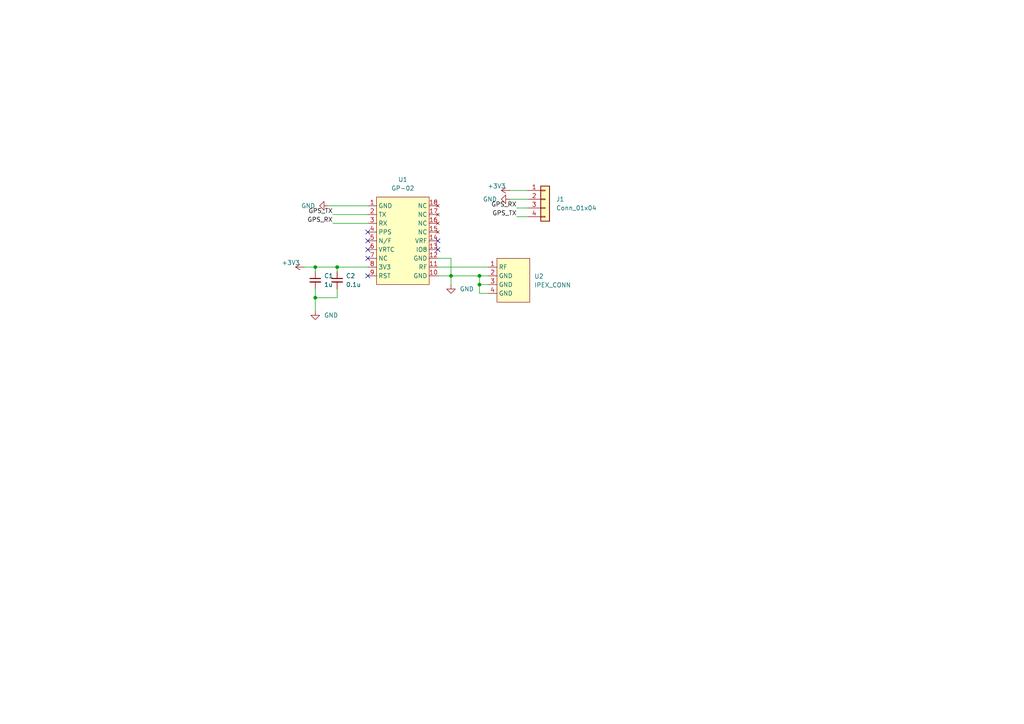
<source format=kicad_sch>
(kicad_sch (version 20211123) (generator eeschema)
  (paper "A4")
  (lib_symbols
    (symbol "Connector_Generic:Conn_01x04" (pin_names (offset 1.016) hide)
      (property "Reference" "J" (at 0 5.08 0))
      (property "Value" "Conn_01x04" (at 0 -7.62 0))
      (symbol "Conn_01x04_1_1"
        (rectangle (start -1.27 -4.953) (end 0 -5.207) (stroke (width 0.1524)))
        (rectangle (start -1.27 -2.413) (end 0 -2.667) (stroke (width 0.1524)))
        (rectangle (start -1.27 0.127) (end 0 -0.127) (stroke (width 0.1524)))
        (rectangle (start -1.27 2.667) (end 0 2.413) (stroke (width 0.1524)))
        (rectangle (start -1.27 3.81) (end 1.27 -6.35) (stroke (width 0.254)) (fill (type background)))
        (pin passive line (at -5.08 2.54 0) (length 3.81) (name "Pin_1") (number "1"))
        (pin passive line (at -5.08 0 0) (length 3.81) (name "Pin_2") (number "2"))
        (pin passive line (at -5.08 -2.54 0) (length 3.81) (name "Pin_3") (number "3"))
        (pin passive line (at -5.08 -5.08 0) (length 3.81) (name "Pin_4") (number "4"))
      )
    )
    (symbol "Device:C_Small" (pin_numbers hide) (pin_names (offset 0.254) hide)
      (property "Reference" "C" (at 0.254 1.778 0))
      (property "Value" "C_Small" (at 0.254 -2.032 0))
      (symbol "C_Small_0_1"
        (polyline (pts (xy -1.524 -0.508) (xy 1.524 -0.508)) (stroke (width 0.3302)))
        (polyline (pts (xy -1.524 0.508) (xy 1.524 0.508)) (stroke (width 0.3048)))
      )
      (symbol "C_Small_1_1"
        (pin passive line (at 0 2.54 270) (length 2.032) (name "~") (number "1"))
        (pin passive line (at 0 -2.54 90) (length 2.032) (name "~") (number "2"))
      )
    )
    (symbol "Library:GP-02"
      (property "Reference" "U" (at -6.35 13.97 0))
      (property "Value" "GP-02" (at 0 13.97 0))
      (symbol "GP-02_0_0"
        (pin free line (at -10.16 10.16 0) (length 2.54) (name "GND") (number "1"))
        (pin free line (at 10.16 -10.16 180) (length 2.54) (name "GND") (number "10"))
        (pin free line (at 10.16 -7.62 180) (length 2.54) (name "RF") (number "11"))
        (pin free line (at 10.16 -5.08 180) (length 2.54) (name "GND") (number "12"))
        (pin free line (at 10.16 -2.54 180) (length 2.54) (name "IO8") (number "13"))
        (pin free line (at 10.16 0 180) (length 2.54) (name "VRF") (number "14"))
        (pin no_connect line (at 10.16 2.54 180) (length 2.54) (name "NC") (number "15"))
        (pin no_connect line (at 10.16 5.08 180) (length 2.54) (name "NC") (number "16"))
        (pin no_connect line (at 10.16 7.62 180) (length 2.54) (name "NC") (number "17"))
        (pin no_connect line (at 10.16 10.16 180) (length 2.54) (name "NC") (number "18"))
        (pin free line (at -10.16 7.62 0) (length 2.54) (name "TX") (number "2"))
        (pin free line (at -10.16 5.08 0) (length 2.54) (name "RX") (number "3"))
        (pin free line (at -10.16 2.54 0) (length 2.54) (name "PPS") (number "4"))
        (pin free line (at -10.16 0 0) (length 2.54) (name "N/F") (number "5"))
        (pin free line (at -10.16 -2.54 0) (length 2.54) (name "VRTC") (number "6"))
        (pin free line (at -10.16 -5.08 0) (length 2.54) (name "NC") (number "7"))
        (pin free line (at -10.16 -7.62 0) (length 2.54) (name "3V3") (number "8"))
        (pin free line (at -10.16 -10.16 0) (length 2.54) (name "RST") (number "9"))
      )
      (symbol "GP-02_0_1"
        (rectangle (start -7.62 12.7) (end 7.62 -12.7) (fill (type background)))
      )
    )
    (symbol "Library:IPEX_CONN"
      (property "Reference" "U" (at -0.635 8.255 0))
      (property "Value" "IPEX_CONN" (at -0.635 8.255 0))
      (symbol "IPEX_CONN_0_1"
        (rectangle (start -4.445 6.35) (end 5.08 -6.35) (fill (type background)))
      )
      (symbol "IPEX_CONN_1_1"
        (pin free line (at -6.985 3.81 0) (length 2.54) (name "RF") (number "1"))
        (pin free line (at -6.985 1.27 0) (length 2.54) (name "GND") (number "2"))
        (pin free line (at -6.985 -1.27 0) (length 2.54) (name "GND") (number "3"))
        (pin free line (at -6.985 -3.81 0) (length 2.54) (name "GND") (number "4"))
      )
    )
    (symbol "power:+3V3" (power) (pin_names (offset 0))
      (property "Value" "+3V3" (at 0 3.556 0))
      (symbol "+3V3_0_1"
        (polyline (pts (xy -0.762 1.27) (xy 0 2.54)))
        (polyline (pts (xy 0 0) (xy 0 2.54)))
        (polyline (pts (xy 0 2.54) (xy 0.762 1.27)))
      )
      (symbol "+3V3_1_1"
        (pin power_in line (at 0 0 90) (length 0) hide (name "+3V3") (number "1"))
      )
    )
    (symbol "power:GND" (power) (pin_names (offset 0))
      (property "Value" "GND" (at 0 -3.81 0))
      (symbol "GND_0_1"
        (polyline (pts (xy 0 0) (xy 0 -1.27) (xy 1.27 -1.27) (xy 0 -2.54) (xy -1.27 -1.27) (xy 0 -1.27)))
      )
      (symbol "GND_1_1"
        (pin power_in line (at 0 0 270) (length 0) hide (name "GND") (number "1"))
      )
    )
  )
  (junction (at 130.81 80.01))
  (junction (at 97.79 77.47))
  (junction (at 91.44 86.36))
  (junction (at 91.44 77.47))
  (junction (at 139.065 82.55))
  (junction (at 139.065 80.01))
  (no_connect (at 106.68 69.85))
  (no_connect (at 106.68 72.39))
  (no_connect (at 106.68 74.93))
  (no_connect (at 106.68 80.01))
  (no_connect (at 127 69.85))
  (no_connect (at 127 72.39))
  (no_connect (at 106.68 67.31))
  (wire (pts (xy 130.81 80.01) (xy 139.065 80.01)))
  (wire (pts (xy 88.265 77.47) (xy 91.44 77.47)))
  (wire (pts (xy 97.79 77.47) (xy 106.68 77.47)))
  (wire (pts (xy 127 77.47) (xy 141.605 77.47)))
  (wire (pts (xy 97.79 77.47) (xy 97.79 78.74)))
  (wire (pts (xy 141.605 85.09) (xy 139.065 85.09)))
  (wire (pts (xy 149.86 60.325) (xy 153.035 60.325)))
  (wire (pts (xy 147.955 57.785) (xy 153.035 57.785)))
  (wire (pts (xy 141.605 82.55) (xy 139.065 82.55)))
  (wire (pts (xy 147.955 55.245) (xy 153.035 55.245)))
  (wire (pts (xy 96.52 62.23) (xy 106.68 62.23)))
  (wire (pts (xy 91.44 77.47) (xy 97.79 77.47)))
  (wire (pts (xy 139.065 82.55) (xy 139.065 80.01)))
  (wire (pts (xy 91.44 77.47) (xy 91.44 78.74)))
  (wire (pts (xy 97.79 86.36) (xy 91.44 86.36)))
  (wire (pts (xy 130.81 74.93) (xy 130.81 80.01)))
  (wire (pts (xy 91.44 83.82) (xy 91.44 86.36)))
  (wire (pts (xy 127 80.01) (xy 130.81 80.01)))
  (wire (pts (xy 96.52 64.77) (xy 106.68 64.77)))
  (wire (pts (xy 130.81 80.01) (xy 130.81 82.55)))
  (wire (pts (xy 95.25 59.69) (xy 106.68 59.69)))
  (wire (pts (xy 127 74.93) (xy 130.81 74.93)))
  (wire (pts (xy 139.065 80.01) (xy 141.605 80.01)))
  (wire (pts (xy 91.44 86.36) (xy 91.44 90.17)))
  (wire (pts (xy 97.79 83.82) (xy 97.79 86.36)))
  (wire (pts (xy 139.065 85.09) (xy 139.065 82.55)))
  (wire (pts (xy 149.86 62.865) (xy 153.035 62.865)))
  (label "GPS_TX" (at 96.52 62.23 180))
  (label "GPS_TX" (at 149.86 62.865 180))
  (label "GPS_RX" (at 149.86 60.325 180))
  (label "GPS_RX" (at 96.52 64.77 180))
  (symbol (lib_id "power:GND") (at 147.955 57.785 270) (unit 1)
    (property "Reference" "#PWR06" (effects hide))
    (property "Value" "GND" (at 144.145 57.7849 90) (effects (justify right)))
  )
  (symbol (lib_id "Library:GP-02") (at 116.84 69.85 0) (unit 1)
    (property "Reference" "U1" (at 116.84 52.07 0))
    (property "Value" "GP-02" (at 116.84 54.61 0))
    (property "Footprint" "Library:GP-02" (effects hide))
  )
  (symbol (lib_id "power:+3V3") (at 147.955 55.245 90) (unit 1)
    (property "Reference" "#PWR05" (effects hide))
    (property "Value" "+3V3" (at 146.685 53.975 90) (effects (justify left)))
  )
  (symbol (lib_id "Device:C_Small") (at 97.79 81.28 0) (unit 1)
    (property "Reference" "C2" (at 100.33 80.0162 0) (effects (justify left)))
    (property "Value" "0.1u" (at 100.33 82.5562 0) (effects (justify left)))
    (property "Footprint" "Capacitor_SMD:C_0603_1608Metric" (effects hide))
  )
  (symbol (lib_id "power:+3V3") (at 88.265 77.47 90) (unit 1)
    (property "Reference" "#PWR02" (effects hide))
    (property "Value" "+3V3" (at 86.995 76.2 90) (effects (justify left)))
  )
  (symbol (lib_id "power:GND") (at 130.81 82.55 0) (unit 1)
    (property "Reference" "#PWR04" (effects hide))
    (property "Value" "GND" (at 133.35 83.8199 0) (effects (justify left)))
  )
  (symbol (lib_id "power:GND") (at 91.44 90.17 0) (unit 1)
    (property "Reference" "#PWR01" (effects hide))
    (property "Value" "GND" (at 93.98 91.4399 0) (effects (justify left)))
  )
  (symbol (lib_id "Connector_Generic:Conn_01x04") (at 158.115 57.785 0) (unit 1)
    (property "Reference" "J1" (at 161.29 57.7849 0) (effects (justify left)))
    (property "Value" "Conn_01x04" (at 161.29 60.3249 0) (effects (justify left)))
    (property "Footprint" "Connector_PinHeader_2.54mm:PinHeader_1x04_P2.54mm_Vertical" (effects hide))
  )
  (symbol (lib_id "power:GND") (at 95.25 59.69 270) (unit 1)
    (property "Reference" "#PWR03" (effects hide))
    (property "Value" "GND" (at 91.44 59.6899 90) (effects (justify right)))
  )
  (symbol (lib_id "Device:C_Small") (at 91.44 81.28 0) (unit 1)
    (property "Reference" "C1" (at 93.98 80.0162 0) (effects (justify left)))
    (property "Value" "1u" (at 93.98 82.5562 0) (effects (justify left)))
    (property "Footprint" "Capacitor_SMD:C_0603_1608Metric" (effects hide))
  )
  (symbol (lib_id "Library:IPEX_CONN") (at 148.59 81.28 0) (unit 1)
    (property "Reference" "U2" (at 154.94 80.1369 0) (effects (justify left)))
    (property "Value" "IPEX_CONN" (at 154.94 82.6769 0) (effects (justify left)))
    (property "Footprint" "Library:IPEX_CONN" (effects hide))
  )
)
</source>
